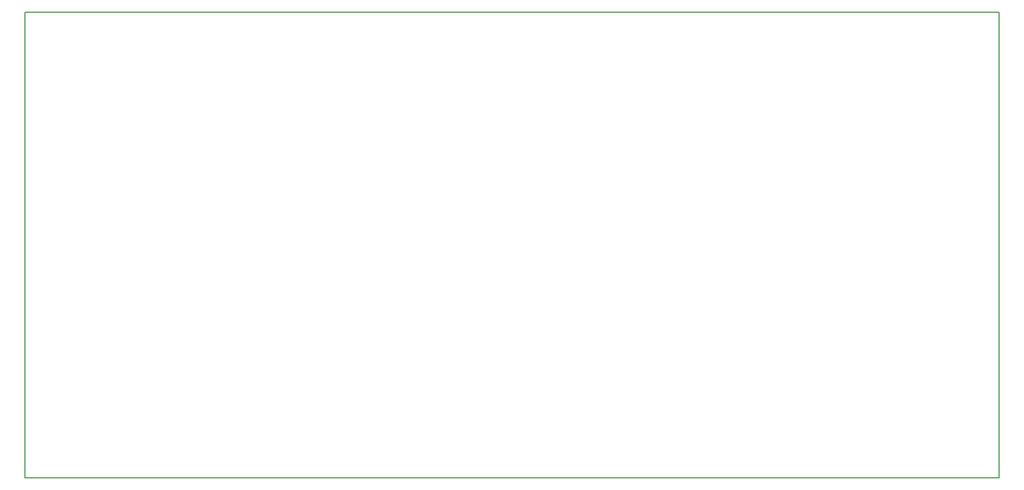
<source format=gm1>
G04 MADE WITH FRITZING*
G04 WWW.FRITZING.ORG*
G04 DOUBLE SIDED*
G04 HOLES PLATED*
G04 CONTOUR ON CENTER OF CONTOUR VECTOR*
%ASAXBY*%
%FSLAX23Y23*%
%MOIN*%
%OFA0B0*%
%SFA1.0B1.0*%
%ADD10R,6.128870X2.934540*%
%ADD11C,0.008000*%
%ADD10C,0.008*%
%LNCONTOUR*%
G90*
G70*
G54D10*
G54D11*
X4Y2931D02*
X6125Y2931D01*
X6125Y4D01*
X4Y4D01*
X4Y2931D01*
D02*
G04 End of contour*
M02*
</source>
